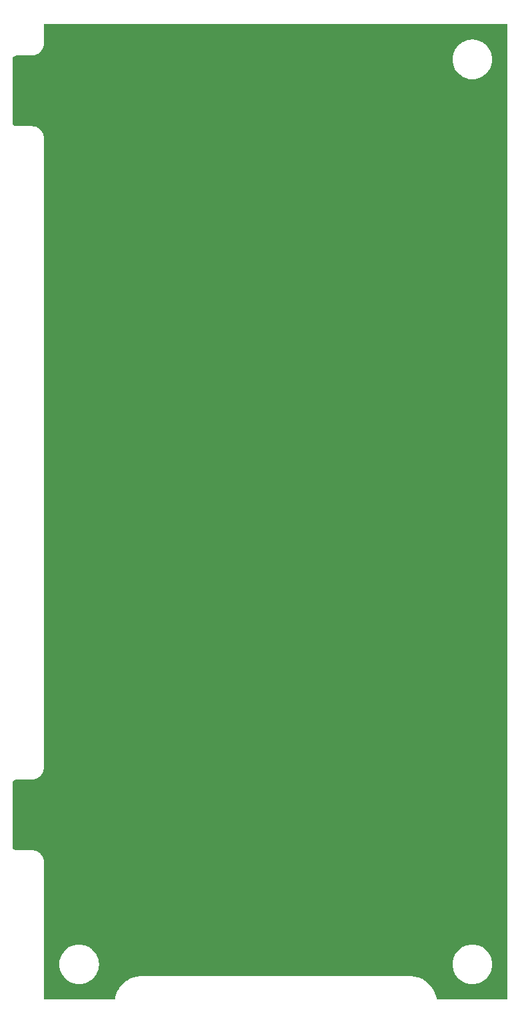
<source format=gbl>
G04*
G04 #@! TF.GenerationSoftware,Altium Limited,Altium Designer,25.5.2 (35)*
G04*
G04 Layer_Physical_Order=2*
G04 Layer_Color=16711680*
%FSLAX44Y44*%
%MOMM*%
G71*
G04*
G04 #@! TF.SameCoordinates,CAC4E44D-9084-4A80-8A07-002337BCF63F*
G04*
G04*
G04 #@! TF.FilePolarity,Positive*
G04*
G01*
G75*
G36*
X594902Y1244902D02*
X594902Y5098D01*
X504665D01*
X504478Y6518D01*
X504370Y6837D01*
X504348Y7172D01*
X503332Y10963D01*
X503183Y11264D01*
X503118Y11594D01*
X501616Y15220D01*
X501429Y15499D01*
X501321Y15818D01*
X499359Y19216D01*
X499137Y19469D01*
X498988Y19770D01*
X496600Y22884D01*
X496347Y23105D01*
X496160Y23385D01*
X493385Y26160D01*
X493106Y26347D01*
X492884Y26600D01*
X489771Y28988D01*
X489469Y29137D01*
X489216Y29359D01*
X485818Y31321D01*
X485499Y31429D01*
X485219Y31616D01*
X481594Y33118D01*
X481264Y33183D01*
X480963Y33332D01*
X477172Y34348D01*
X476837Y34370D01*
X476518Y34478D01*
X472628Y34990D01*
X472375Y34973D01*
X472129Y35031D01*
X470167Y35095D01*
X470083Y35081D01*
X470000Y35098D01*
X130000D01*
X129917Y35081D01*
X129833Y35095D01*
X127871Y35031D01*
X127625Y34973D01*
X127373Y34990D01*
X123482Y34478D01*
X123163Y34370D01*
X122828Y34348D01*
X119037Y33332D01*
X118736Y33183D01*
X118406Y33118D01*
X114781Y31616D01*
X114501Y31429D01*
X114182Y31321D01*
X110784Y29359D01*
X110531Y29137D01*
X110230Y28988D01*
X107116Y26600D01*
X106895Y26347D01*
X106615Y26160D01*
X103840Y23385D01*
X103653Y23105D01*
X103400Y22884D01*
X101011Y19770D01*
X100863Y19469D01*
X100641Y19216D01*
X98679Y15818D01*
X98571Y15499D01*
X98384Y15220D01*
X96882Y11594D01*
X96817Y11264D01*
X96668Y10963D01*
X95652Y7172D01*
X95630Y6837D01*
X95522Y6518D01*
X95335Y5098D01*
X5098D01*
Y150000D01*
X5098Y180000D01*
X5073Y180125D01*
X5092Y180250D01*
X5044Y181230D01*
X4952Y181597D01*
Y181975D01*
X4569Y183897D01*
X4377Y184361D01*
X4279Y184854D01*
X3529Y186665D01*
X3250Y187082D01*
X3058Y187546D01*
X1969Y189176D01*
X1614Y189531D01*
X1335Y189949D01*
X-51Y191335D01*
X-469Y191614D01*
X-824Y191969D01*
X-2454Y193058D01*
X-2918Y193250D01*
X-3335Y193529D01*
X-5146Y194279D01*
X-5639Y194377D01*
X-6103Y194569D01*
X-8025Y194952D01*
X-8403D01*
X-8770Y195044D01*
X-9750Y195092D01*
X-9875Y195073D01*
X-10000Y195098D01*
X-30000Y195098D01*
X-30483D01*
X-31430Y195286D01*
X-32322Y195656D01*
X-33125Y196192D01*
X-33808Y196875D01*
X-34344Y197678D01*
X-34714Y198570D01*
X-34902Y199517D01*
Y200000D01*
X-34902Y280000D01*
Y280483D01*
X-34714Y281430D01*
X-34344Y282322D01*
X-33808Y283125D01*
X-33125Y283808D01*
X-32322Y284344D01*
X-31430Y284714D01*
X-30483Y284902D01*
X-30000D01*
D01*
X-10000Y284902D01*
X-9875Y284927D01*
X-9750Y284908D01*
X-8770Y284957D01*
X-8403Y285048D01*
X-8025D01*
X-6103Y285431D01*
X-5639Y285623D01*
X-5146Y285721D01*
X-3335Y286471D01*
X-2918Y286750D01*
X-2454Y286942D01*
X-824Y288031D01*
X-469Y288386D01*
X-51Y288665D01*
X1335Y290051D01*
X1614Y290469D01*
X1969Y290824D01*
X3058Y292454D01*
X3250Y292918D01*
X3529Y293335D01*
X4279Y295146D01*
X4377Y295639D01*
X4569Y296103D01*
X4952Y298025D01*
Y298403D01*
X5044Y298770D01*
X5092Y299750D01*
X5073Y299875D01*
X5098Y300000D01*
X5098Y1100000D01*
X5073Y1100125D01*
X5092Y1100250D01*
X5044Y1101230D01*
X4952Y1101597D01*
Y1101975D01*
X4569Y1103897D01*
X4377Y1104361D01*
X4279Y1104854D01*
X3529Y1106665D01*
X3250Y1107082D01*
X3058Y1107546D01*
X1969Y1109176D01*
X1614Y1109531D01*
X1335Y1109949D01*
X-51Y1111335D01*
X-469Y1111614D01*
X-824Y1111969D01*
X-2454Y1113058D01*
X-2918Y1113250D01*
X-3335Y1113529D01*
X-5146Y1114279D01*
X-5639Y1114377D01*
X-6103Y1114569D01*
X-8025Y1114952D01*
X-8403D01*
X-8770Y1115043D01*
X-9750Y1115092D01*
X-9875Y1115073D01*
X-10000Y1115098D01*
X-30483D01*
X-31430Y1115286D01*
X-32322Y1115656D01*
X-33125Y1116192D01*
X-33808Y1116875D01*
X-34344Y1117678D01*
X-34714Y1118570D01*
X-34902Y1119517D01*
Y1120000D01*
Y1120000D01*
Y1120000D01*
X-34902Y1200000D01*
Y1200483D01*
X-34714Y1201430D01*
X-34344Y1202322D01*
X-33808Y1203125D01*
X-33125Y1203808D01*
X-32322Y1204344D01*
X-31430Y1204714D01*
X-30483Y1204902D01*
X-30000D01*
D01*
X-10000Y1204902D01*
X-9875Y1204927D01*
X-9750Y1204908D01*
X-8770Y1204957D01*
X-8403Y1205048D01*
X-8025D01*
X-6103Y1205431D01*
X-5639Y1205623D01*
X-5146Y1205721D01*
X-3335Y1206471D01*
X-2918Y1206750D01*
X-2454Y1206942D01*
X-824Y1208031D01*
X-469Y1208386D01*
X-51Y1208665D01*
X1335Y1210051D01*
X1614Y1210469D01*
X1969Y1210824D01*
X3058Y1212454D01*
X3250Y1212918D01*
X3529Y1213335D01*
X4279Y1215146D01*
X4377Y1215639D01*
X4569Y1216103D01*
X4952Y1218025D01*
Y1218403D01*
X5044Y1218770D01*
X5092Y1219750D01*
X5073Y1219875D01*
X5098Y1220000D01*
X5098Y1244902D01*
X594902Y1244902D01*
D02*
G37*
%LPC*%
G36*
X551969Y1225098D02*
X548030D01*
X547537Y1225000D01*
X547035D01*
X543171Y1224231D01*
X542707Y1224039D01*
X542215Y1223941D01*
X538575Y1222434D01*
X538158Y1222155D01*
X537694Y1221963D01*
X534418Y1219774D01*
X534063Y1219419D01*
X533646Y1219140D01*
X530860Y1216354D01*
X530581Y1215937D01*
X530226Y1215582D01*
X528037Y1212306D01*
X527845Y1211842D01*
X527566Y1211424D01*
X526058Y1207785D01*
X525960Y1207292D01*
X525768Y1206828D01*
X525000Y1202964D01*
Y1202462D01*
X524902Y1201970D01*
Y1200000D01*
Y1198030D01*
X525000Y1197538D01*
Y1197036D01*
X525768Y1193172D01*
X525960Y1192708D01*
X526058Y1192215D01*
X527566Y1188576D01*
X527845Y1188158D01*
X528037Y1187694D01*
X530226Y1184418D01*
X530581Y1184063D01*
X530860Y1183646D01*
X533646Y1180860D01*
X534063Y1180581D01*
X534418Y1180226D01*
X537694Y1178037D01*
X538158Y1177845D01*
X538575Y1177566D01*
X542215Y1176059D01*
X542707Y1175961D01*
X543171Y1175769D01*
X547035Y1175000D01*
X547537D01*
X548030Y1174902D01*
X551969D01*
X552462Y1175000D01*
X552964D01*
X556828Y1175769D01*
X557292Y1175961D01*
X557784Y1176059D01*
X561424Y1177566D01*
X561842Y1177845D01*
X562305Y1178037D01*
X565581Y1180226D01*
X565936Y1180581D01*
X566354Y1180860D01*
X569140Y1183646D01*
X569418Y1184063D01*
X569773Y1184418D01*
X571962Y1187694D01*
X572154Y1188158D01*
X572433Y1188575D01*
X573941Y1192215D01*
X574039Y1192708D01*
X574231Y1193172D01*
X575000Y1197036D01*
Y1197538D01*
X575098Y1198030D01*
Y1200000D01*
Y1201970D01*
X575000Y1202462D01*
Y1202964D01*
X574231Y1206828D01*
X574039Y1207292D01*
X573941Y1207785D01*
X572433Y1211424D01*
X572154Y1211842D01*
X571962Y1212306D01*
X569773Y1215581D01*
X569418Y1215937D01*
X569140Y1216354D01*
X566354Y1219140D01*
X565936Y1219419D01*
X565581Y1219774D01*
X562305Y1221963D01*
X561842Y1222155D01*
X561424Y1222434D01*
X557784Y1223941D01*
X557292Y1224039D01*
X556828Y1224231D01*
X552964Y1225000D01*
X552462D01*
X551969Y1225098D01*
D02*
G37*
G36*
X551970Y75098D02*
X548030D01*
X547538Y75000D01*
X547036D01*
X543172Y74231D01*
X542708Y74039D01*
X542215Y73941D01*
X538576Y72434D01*
X538158Y72155D01*
X537694Y71963D01*
X534418Y69774D01*
X534063Y69419D01*
X533646Y69140D01*
X530860Y66354D01*
X530581Y65937D01*
X530226Y65581D01*
X528037Y62306D01*
X527845Y61842D01*
X527566Y61424D01*
X526059Y57785D01*
X525961Y57292D01*
X525769Y56828D01*
X525000Y52964D01*
Y52462D01*
X524902Y51970D01*
Y50000D01*
Y48030D01*
X525000Y47538D01*
Y47036D01*
X525769Y43172D01*
X525961Y42708D01*
X526059Y42215D01*
X527566Y38575D01*
X527845Y38158D01*
X528037Y37694D01*
X530226Y34418D01*
X530581Y34063D01*
X530860Y33646D01*
X533646Y30860D01*
X534063Y30581D01*
X534418Y30226D01*
X537694Y28037D01*
X538158Y27845D01*
X538576Y27566D01*
X542215Y26059D01*
X542708Y25961D01*
X543172Y25769D01*
X547036Y25000D01*
X547538D01*
X548030Y24902D01*
X551970D01*
X552462Y25000D01*
X552964D01*
X556828Y25769D01*
X557292Y25961D01*
X557785Y26059D01*
X561424Y27566D01*
X561842Y27845D01*
X562306Y28037D01*
X565582Y30226D01*
X565937Y30581D01*
X566354Y30860D01*
X569140Y33646D01*
X569419Y34063D01*
X569774Y34418D01*
X571963Y37694D01*
X572155Y38158D01*
X572434Y38575D01*
X573941Y42215D01*
X574039Y42708D01*
X574231Y43172D01*
X575000Y47036D01*
Y47538D01*
X575098Y48030D01*
Y50000D01*
Y51970D01*
X575000Y52462D01*
Y52964D01*
X574231Y56828D01*
X574039Y57292D01*
X573941Y57785D01*
X572434Y61424D01*
X572155Y61842D01*
X571963Y62306D01*
X569774Y65581D01*
X569419Y65936D01*
X569140Y66354D01*
X566354Y69140D01*
X565937Y69419D01*
X565582Y69774D01*
X562306Y71963D01*
X561842Y72155D01*
X561424Y72434D01*
X557785Y73941D01*
X557292Y74039D01*
X556828Y74231D01*
X552964Y75000D01*
X552462D01*
X551970Y75098D01*
D02*
G37*
G36*
X51970D02*
X48030D01*
X47538Y75000D01*
X47036D01*
X43172Y74231D01*
X42708Y74039D01*
X42215Y73941D01*
X38575Y72434D01*
X38158Y72155D01*
X37694Y71963D01*
X34418Y69774D01*
X34063Y69419D01*
X33646Y69140D01*
X30860Y66354D01*
X30581Y65937D01*
X30226Y65581D01*
X28037Y62306D01*
X27845Y61842D01*
X27566Y61424D01*
X26059Y57785D01*
X25961Y57292D01*
X25769Y56828D01*
X25000Y52964D01*
Y52462D01*
X24902Y51970D01*
Y50000D01*
Y48030D01*
X25000Y47538D01*
Y47036D01*
X25769Y43172D01*
X25961Y42708D01*
X26059Y42215D01*
X27566Y38575D01*
X27845Y38158D01*
X28037Y37694D01*
X30226Y34418D01*
X30581Y34063D01*
X30860Y33646D01*
X33646Y30860D01*
X34063Y30581D01*
X34418Y30226D01*
X37694Y28037D01*
X38158Y27845D01*
X38575Y27566D01*
X42215Y26059D01*
X42708Y25961D01*
X43172Y25769D01*
X47036Y25000D01*
X47538D01*
X48030Y24902D01*
X51970D01*
X52462Y25000D01*
X52964D01*
X56828Y25769D01*
X57292Y25961D01*
X57785Y26059D01*
X61424Y27566D01*
X61842Y27845D01*
X62306Y28037D01*
X65581Y30226D01*
X65936Y30581D01*
X66354Y30860D01*
X69140Y33646D01*
X69419Y34063D01*
X69774Y34418D01*
X71963Y37694D01*
X72155Y38158D01*
X72434Y38575D01*
X73941Y42215D01*
X74039Y42708D01*
X74231Y43172D01*
X75000Y47036D01*
Y47538D01*
X75098Y48030D01*
Y50000D01*
Y51970D01*
X75000Y52462D01*
Y52964D01*
X74231Y56828D01*
X74039Y57292D01*
X73941Y57785D01*
X72434Y61424D01*
X72155Y61842D01*
X71963Y62306D01*
X69774Y65581D01*
X69419Y65936D01*
X69140Y66354D01*
X66354Y69140D01*
X65937Y69419D01*
X65581Y69774D01*
X62306Y71963D01*
X61842Y72155D01*
X61424Y72434D01*
X57785Y73941D01*
X57292Y74039D01*
X56828Y74231D01*
X52964Y75000D01*
X52462D01*
X51970Y75098D01*
D02*
G37*
%LPD*%
M02*

</source>
